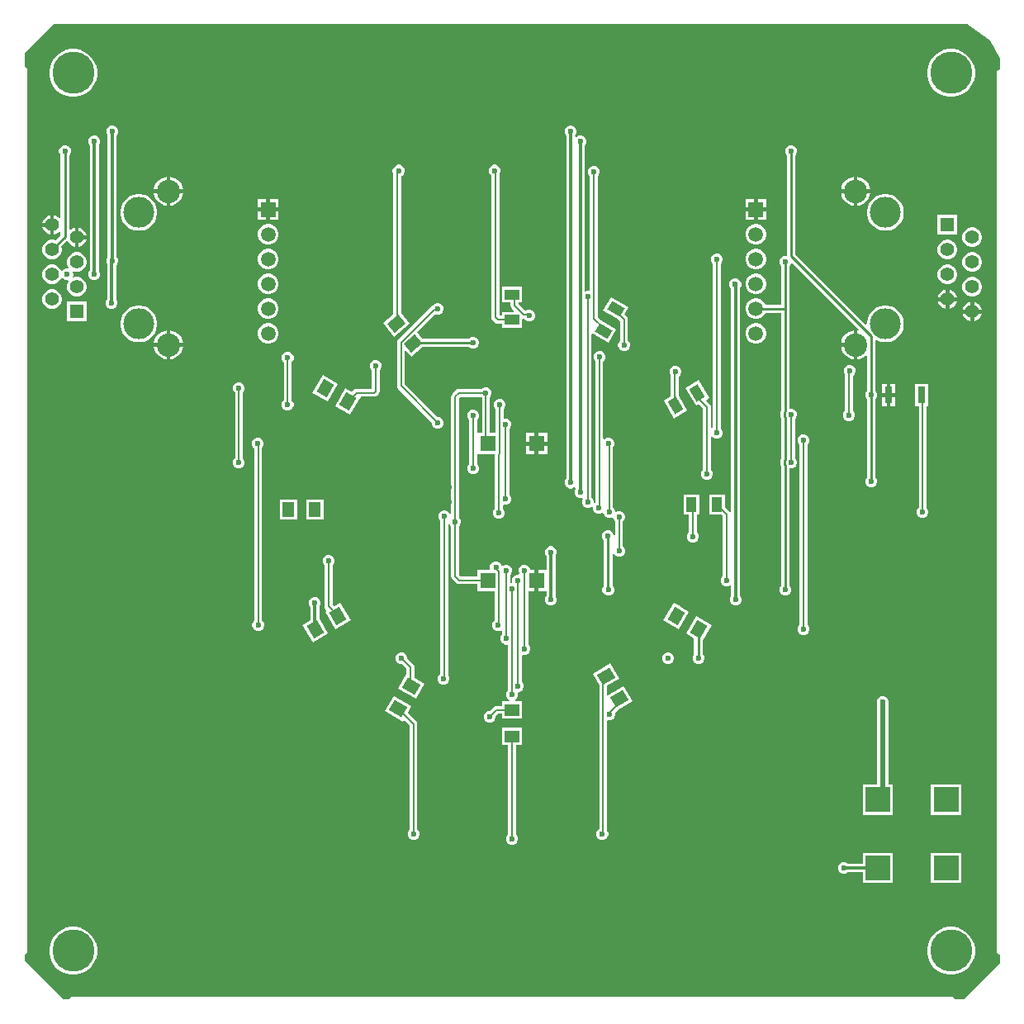
<source format=gbl>
G04*
G04 #@! TF.GenerationSoftware,Altium Limited,Altium Designer,23.9.2 (47)*
G04*
G04 Layer_Physical_Order=2*
G04 Layer_Color=16711680*
%FSLAX44Y44*%
%MOMM*%
G71*
G04*
G04 #@! TF.SameCoordinates,63E22B9A-3F1A-4F83-A6EB-2A786139D624*
G04*
G04*
G04 #@! TF.FilePolarity,Positive*
G04*
G01*
G75*
%ADD11C,0.2500*%
%ADD12C,0.2000*%
%ADD14C,0.5000*%
%ADD15C,0.2540*%
%ADD52C,0.3000*%
%ADD53C,3.1700*%
%ADD54C,2.4000*%
%ADD55C,1.4000*%
%ADD56R,1.4000X1.4000*%
%ADD58C,1.5000*%
%ADD59R,1.5000X1.5000*%
%ADD60C,0.6000*%
G04:AMPARAMS|DCode=61|XSize=1mm|YSize=1.5mm|CornerRadius=0mm|HoleSize=0mm|Usage=FLASHONLY|Rotation=30.000|XOffset=0mm|YOffset=0mm|HoleType=Round|Shape=Rectangle|*
%AMROTATEDRECTD61*
4,1,4,-0.0580,-0.8995,-0.8080,0.3995,0.0580,0.8995,0.8080,-0.3995,-0.0580,-0.8995,0.0*
%
%ADD61ROTATEDRECTD61*%

%ADD62R,2.5000X2.5000*%
%ADD63R,1.5000X1.0000*%
%ADD64R,1.6000X1.6000*%
G04:AMPARAMS|DCode=65|XSize=1mm|YSize=1.5mm|CornerRadius=0mm|HoleSize=0mm|Usage=FLASHONLY|Rotation=60.000|XOffset=0mm|YOffset=0mm|HoleType=Round|Shape=Rectangle|*
%AMROTATEDRECTD65*
4,1,4,0.3995,-0.8080,-0.8995,-0.0580,-0.3995,0.8080,0.8995,0.0580,0.3995,-0.8080,0.0*
%
%ADD65ROTATEDRECTD65*%

G04:AMPARAMS|DCode=66|XSize=1.2mm|YSize=1.5mm|CornerRadius=0mm|HoleSize=0mm|Usage=FLASHONLY|Rotation=310.000|XOffset=0mm|YOffset=0mm|HoleType=Round|Shape=Rectangle|*
%AMROTATEDRECTD66*
4,1,4,-0.9602,-0.0225,0.1889,0.9417,0.9602,0.0225,-0.1889,-0.9417,-0.9602,-0.0225,0.0*
%
%ADD66ROTATEDRECTD66*%

G04:AMPARAMS|DCode=67|XSize=1.2mm|YSize=1.5mm|CornerRadius=0mm|HoleSize=0mm|Usage=FLASHONLY|Rotation=330.000|XOffset=0mm|YOffset=0mm|HoleType=Round|Shape=Rectangle|*
%AMROTATEDRECTD67*
4,1,4,-0.8946,-0.3495,-0.1446,0.9495,0.8946,0.3495,0.1446,-0.9495,-0.8946,-0.3495,0.0*
%
%ADD67ROTATEDRECTD67*%

%ADD68R,1.2000X1.5000*%
G04:AMPARAMS|DCode=69|XSize=1.2mm|YSize=1.5mm|CornerRadius=0mm|HoleSize=0mm|Usage=FLASHONLY|Rotation=30.000|XOffset=0mm|YOffset=0mm|HoleType=Round|Shape=Rectangle|*
%AMROTATEDRECTD69*
4,1,4,-0.1446,-0.9495,-0.8946,0.3495,0.1446,0.9495,0.8946,-0.3495,-0.1446,-0.9495,0.0*
%
%ADD69ROTATEDRECTD69*%

G04:AMPARAMS|DCode=70|XSize=1.2mm|YSize=1.5mm|CornerRadius=0mm|HoleSize=0mm|Usage=FLASHONLY|Rotation=60.000|XOffset=0mm|YOffset=0mm|HoleType=Round|Shape=Rectangle|*
%AMROTATEDRECTD70*
4,1,4,0.3495,-0.8946,-0.9495,-0.1446,-0.3495,0.8946,0.9495,0.1446,0.3495,-0.8946,0.0*
%
%ADD70ROTATEDRECTD70*%

%ADD71R,1.5000X1.2000*%
G04:AMPARAMS|DCode=72|XSize=1.2mm|YSize=1.5mm|CornerRadius=0mm|HoleSize=0mm|Usage=FLASHONLY|Rotation=300.000|XOffset=0mm|YOffset=0mm|HoleType=Round|Shape=Rectangle|*
%AMROTATEDRECTD72*
4,1,4,-0.9495,0.1446,0.3495,0.8946,0.9495,-0.1446,-0.3495,-0.8946,-0.9495,0.1446,0.0*
%
%ADD72ROTATEDRECTD72*%

%ADD73R,1.0000X1.5000*%
%ADD74R,0.8000X1.7000*%
%ADD75C,4.3180*%
G36*
X989785Y982989D02*
X1000000Y964580D01*
Y954100D01*
X999608Y954022D01*
X998195Y953079D01*
X997252Y951666D01*
X996920Y950000D01*
Y50000D01*
X997252Y48334D01*
X998195Y46921D01*
X999608Y45978D01*
X1000000Y45900D01*
Y36620D01*
X963380Y0D01*
X954100D01*
X954022Y393D01*
X953078Y1805D01*
X951666Y2749D01*
X950000Y3080D01*
X50000D01*
X48334Y2749D01*
X46922Y1805D01*
X45978Y393D01*
X45900Y0D01*
X40000D01*
X0Y40000D01*
Y45891D01*
X392Y45970D01*
X1805Y46913D01*
X2748Y48326D01*
X3080Y49992D01*
Y952500D01*
X2748Y954166D01*
X1805Y955579D01*
X392Y956522D01*
X0Y956600D01*
Y970000D01*
X30000Y1000000D01*
X966045D01*
X989785Y982989D01*
D02*
G37*
%LPC*%
G36*
X952422Y974590D02*
X947578D01*
X942827Y973645D01*
X938352Y971792D01*
X934325Y969100D01*
X930900Y965675D01*
X928208Y961648D01*
X926355Y957173D01*
X925410Y952422D01*
Y947578D01*
X926355Y942828D01*
X928208Y938352D01*
X930900Y934325D01*
X934325Y930900D01*
X938352Y928209D01*
X942827Y926355D01*
X947578Y925410D01*
X952422D01*
X957172Y926355D01*
X961648Y928209D01*
X965675Y930900D01*
X969100Y934325D01*
X971791Y938352D01*
X973645Y942828D01*
X974590Y947578D01*
Y952422D01*
X973645Y957173D01*
X971791Y961648D01*
X969100Y965675D01*
X965675Y969100D01*
X961648Y971792D01*
X957172Y973645D01*
X952422Y974590D01*
D02*
G37*
G36*
X52422D02*
X47578D01*
X42828Y973645D01*
X38352Y971792D01*
X34325Y969100D01*
X30900Y965675D01*
X28209Y961648D01*
X26355Y957173D01*
X25410Y952422D01*
Y947578D01*
X26355Y942828D01*
X28209Y938352D01*
X30900Y934325D01*
X34325Y930900D01*
X38352Y928209D01*
X42828Y926355D01*
X47578Y925410D01*
X52422D01*
X57173Y926355D01*
X61648Y928209D01*
X65675Y930900D01*
X69100Y934325D01*
X71792Y938352D01*
X73645Y942828D01*
X74590Y947578D01*
Y952422D01*
X73645Y957173D01*
X71792Y961648D01*
X69100Y965675D01*
X65675Y969100D01*
X61648Y971792D01*
X57173Y973645D01*
X52422Y974590D01*
D02*
G37*
G36*
X149750Y843646D02*
Y830750D01*
X162646D01*
X162174Y833126D01*
X161043Y835855D01*
X159401Y838312D01*
X157312Y840401D01*
X154855Y842043D01*
X152125Y843174D01*
X149750Y843646D01*
D02*
G37*
G36*
X145750D02*
X143375Y843174D01*
X140645Y842043D01*
X138188Y840401D01*
X136099Y838312D01*
X134457Y835855D01*
X133327Y833126D01*
X132854Y830750D01*
X145750D01*
Y843646D01*
D02*
G37*
G36*
X854250Y843646D02*
Y830750D01*
X867146D01*
X866674Y833126D01*
X865543Y835855D01*
X863901Y838312D01*
X861812Y840401D01*
X859355Y842043D01*
X856625Y843174D01*
X854250Y843646D01*
D02*
G37*
G36*
X850250Y843646D02*
X847875Y843174D01*
X845145Y842043D01*
X842688Y840401D01*
X840599Y838312D01*
X838957Y835855D01*
X837826Y833126D01*
X837354Y830750D01*
X850250D01*
Y843646D01*
D02*
G37*
G36*
Y826750D02*
X837354D01*
X837826Y824375D01*
X838957Y821645D01*
X840599Y819188D01*
X842688Y817099D01*
X845145Y815457D01*
X847875Y814327D01*
X850250Y813854D01*
Y826750D01*
D02*
G37*
G36*
X162646Y826750D02*
X149750D01*
Y813854D01*
X152125Y814327D01*
X154855Y815457D01*
X157312Y817099D01*
X159401Y819188D01*
X161043Y821645D01*
X162174Y824375D01*
X162646Y826750D01*
D02*
G37*
G36*
X145750D02*
X132854D01*
X133327Y824375D01*
X134457Y821645D01*
X136099Y819188D01*
X138188Y817099D01*
X140645Y815457D01*
X143375Y814327D01*
X145750Y813854D01*
Y826750D01*
D02*
G37*
G36*
X867146Y826750D02*
X854250D01*
Y813854D01*
X856625Y814327D01*
X859355Y815457D01*
X861812Y817099D01*
X863901Y819188D01*
X865543Y821645D01*
X866674Y824375D01*
X867146Y826750D01*
D02*
G37*
G36*
X260500Y820500D02*
X252000D01*
Y812000D01*
X260500D01*
Y820500D01*
D02*
G37*
G36*
X248000D02*
X239500D01*
Y812000D01*
X248000D01*
Y820500D01*
D02*
G37*
G36*
X760500D02*
X752000D01*
Y812000D01*
X760500D01*
Y820500D01*
D02*
G37*
G36*
X748000D02*
X739500D01*
Y812000D01*
X748000D01*
Y820500D01*
D02*
G37*
G36*
X42667Y876000D02*
X40280D01*
X38075Y875087D01*
X36387Y873399D01*
X35474Y871193D01*
Y868807D01*
X36387Y866601D01*
X37141Y865848D01*
Y801597D01*
X35871Y801071D01*
X34490Y802452D01*
X32209Y803768D01*
X30350Y804267D01*
Y794450D01*
Y784633D01*
X32209Y785132D01*
X34490Y786448D01*
X35871Y787829D01*
X37141Y787303D01*
Y783969D01*
X31681Y778510D01*
X29666Y779050D01*
X27033D01*
X24490Y778369D01*
X22210Y777052D01*
X20348Y775190D01*
X19031Y772910D01*
X18350Y770367D01*
Y767734D01*
X19031Y765190D01*
X20348Y762910D01*
X22210Y761048D01*
X24490Y759732D01*
X27033Y759050D01*
X29666D01*
X32209Y759732D01*
X34490Y761048D01*
X36352Y762910D01*
X37668Y765190D01*
X38350Y767734D01*
Y770367D01*
X37810Y772382D01*
X43256Y777828D01*
X44681Y777457D01*
X45748Y775610D01*
X47610Y773748D01*
X49890Y772431D01*
X51750Y771933D01*
Y781750D01*
Y791567D01*
X49890Y791068D01*
X47610Y789752D01*
X46981Y789123D01*
X45807Y789609D01*
Y865848D01*
X46561Y866601D01*
X47474Y868807D01*
Y871193D01*
X46561Y873399D01*
X44873Y875087D01*
X42667Y876000D01*
D02*
G37*
G36*
X760500Y808000D02*
X752000D01*
Y799500D01*
X760500D01*
Y808000D01*
D02*
G37*
G36*
X748000D02*
X739500D01*
Y799500D01*
X748000D01*
Y808000D01*
D02*
G37*
G36*
X260500Y808000D02*
X252000D01*
Y799500D01*
X260500D01*
Y808000D01*
D02*
G37*
G36*
X248000D02*
X239500D01*
Y799500D01*
X248000D01*
Y808000D01*
D02*
G37*
G36*
X26350Y804267D02*
X24490Y803768D01*
X22210Y802452D01*
X20348Y800590D01*
X19031Y798310D01*
X18533Y796450D01*
X26350D01*
Y804267D01*
D02*
G37*
G36*
X884607Y826000D02*
X880894D01*
X877252Y825276D01*
X873821Y823855D01*
X870734Y821792D01*
X868109Y819166D01*
X866046Y816079D01*
X864625Y812648D01*
X863900Y809007D01*
Y805294D01*
X864625Y801652D01*
X866046Y798221D01*
X868109Y795134D01*
X870734Y792508D01*
X873821Y790445D01*
X877252Y789024D01*
X880894Y788300D01*
X884607D01*
X888249Y789024D01*
X891679Y790445D01*
X894766Y792508D01*
X897392Y795134D01*
X899455Y798221D01*
X900876Y801652D01*
X901600Y805294D01*
Y809007D01*
X900876Y812648D01*
X899455Y816079D01*
X897392Y819166D01*
X894766Y821792D01*
X891679Y823855D01*
X888249Y825276D01*
X884607Y826000D01*
D02*
G37*
G36*
X119106D02*
X115393D01*
X111751Y825276D01*
X108321Y823855D01*
X105233Y821792D01*
X102608Y819166D01*
X100545Y816079D01*
X99124Y812648D01*
X98400Y809007D01*
Y805294D01*
X99124Y801652D01*
X100545Y798221D01*
X102608Y795134D01*
X105233Y792508D01*
X108321Y790445D01*
X111751Y789024D01*
X115393Y788300D01*
X119106D01*
X122748Y789024D01*
X126179Y790445D01*
X129266Y792508D01*
X131891Y795134D01*
X133954Y798221D01*
X135375Y801652D01*
X136100Y805294D01*
Y809007D01*
X135375Y812648D01*
X133954Y816079D01*
X131891Y819166D01*
X129266Y821792D01*
X126179Y823855D01*
X122748Y825276D01*
X119106Y826000D01*
D02*
G37*
G36*
X26350Y792450D02*
X18533D01*
X19031Y790590D01*
X20348Y788310D01*
X22210Y786448D01*
X24490Y785132D01*
X26350Y784633D01*
Y792450D01*
D02*
G37*
G36*
X956250Y804450D02*
X936250D01*
Y784450D01*
X956250D01*
Y804450D01*
D02*
G37*
G36*
X55750Y791567D02*
Y783750D01*
X63566D01*
X63068Y785610D01*
X61752Y787890D01*
X59890Y789752D01*
X57610Y791068D01*
X55750Y791567D01*
D02*
G37*
G36*
X751383Y795100D02*
X748618D01*
X745947Y794384D01*
X743553Y793002D01*
X741598Y791047D01*
X740216Y788653D01*
X739500Y785982D01*
Y783218D01*
X740216Y780547D01*
X741598Y778153D01*
X743553Y776198D01*
X745947Y774816D01*
X748618Y774100D01*
X751383D01*
X754053Y774816D01*
X756447Y776198D01*
X758402Y778153D01*
X759785Y780547D01*
X760500Y783218D01*
Y785982D01*
X759785Y788653D01*
X758402Y791047D01*
X756447Y793002D01*
X754053Y794384D01*
X751383Y795100D01*
D02*
G37*
G36*
X251383D02*
X248618D01*
X245947Y794384D01*
X243553Y793002D01*
X241598Y791047D01*
X240216Y788653D01*
X239500Y785982D01*
Y783218D01*
X240216Y780547D01*
X241598Y778153D01*
X243553Y776198D01*
X245947Y774816D01*
X248618Y774100D01*
X251383D01*
X254053Y774816D01*
X256447Y776198D01*
X258402Y778153D01*
X259785Y780547D01*
X260500Y783218D01*
Y785982D01*
X259785Y788653D01*
X258402Y791047D01*
X256447Y793002D01*
X254053Y794384D01*
X251383Y795100D01*
D02*
G37*
G36*
X63566Y779750D02*
X55750D01*
Y771933D01*
X57610Y772431D01*
X59890Y773748D01*
X61752Y775610D01*
X63068Y777890D01*
X63566Y779750D01*
D02*
G37*
G36*
X972967Y791750D02*
X970334D01*
X967791Y791068D01*
X965510Y789752D01*
X963648Y787890D01*
X962332Y785610D01*
X961650Y783067D01*
Y780434D01*
X962332Y777890D01*
X963648Y775610D01*
X965510Y773748D01*
X967791Y772431D01*
X970334Y771750D01*
X972967D01*
X975510Y772431D01*
X977790Y773748D01*
X979652Y775610D01*
X980969Y777890D01*
X981650Y780434D01*
Y783067D01*
X980969Y785610D01*
X979652Y787890D01*
X977790Y789752D01*
X975510Y791068D01*
X972967Y791750D01*
D02*
G37*
G36*
X947567Y779050D02*
X944934D01*
X942391Y778369D01*
X940110Y777052D01*
X938248Y775190D01*
X936932Y772910D01*
X936250Y770367D01*
Y767734D01*
X936932Y765190D01*
X938248Y762910D01*
X940110Y761048D01*
X942391Y759732D01*
X944934Y759050D01*
X947567D01*
X950110Y759732D01*
X952390Y761048D01*
X954252Y762910D01*
X955569Y765190D01*
X956250Y767734D01*
Y770367D01*
X955569Y772910D01*
X954252Y775190D01*
X952390Y777052D01*
X950110Y778369D01*
X947567Y779050D01*
D02*
G37*
G36*
X751383Y769700D02*
X748618D01*
X745947Y768984D01*
X743553Y767602D01*
X741598Y765647D01*
X740216Y763253D01*
X739500Y760582D01*
Y757818D01*
X740216Y755147D01*
X741598Y752753D01*
X743553Y750798D01*
X745947Y749416D01*
X748618Y748700D01*
X751383D01*
X754053Y749416D01*
X756447Y750798D01*
X758402Y752753D01*
X759785Y755147D01*
X760500Y757818D01*
Y760582D01*
X759785Y763253D01*
X758402Y765647D01*
X756447Y767602D01*
X754053Y768984D01*
X751383Y769700D01*
D02*
G37*
G36*
X251383D02*
X248618D01*
X245947Y768984D01*
X243553Y767602D01*
X241598Y765647D01*
X240216Y763253D01*
X239500Y760582D01*
Y757818D01*
X240216Y755147D01*
X241598Y752753D01*
X243553Y750798D01*
X245947Y749416D01*
X248618Y748700D01*
X251383D01*
X254053Y749416D01*
X256447Y750798D01*
X258402Y752753D01*
X259785Y755147D01*
X260500Y757818D01*
Y760582D01*
X259785Y763253D01*
X258402Y765647D01*
X256447Y767602D01*
X254053Y768984D01*
X251383Y769700D01*
D02*
G37*
G36*
X55066Y766350D02*
X52433D01*
X49890Y765668D01*
X47610Y764352D01*
X45748Y762490D01*
X44431Y760210D01*
X43750Y757667D01*
Y755033D01*
X44431Y752490D01*
X45394Y750823D01*
X45382Y750773D01*
X44605Y749650D01*
X42739D01*
X40534Y748737D01*
X39051Y747254D01*
X37707Y747365D01*
X37668Y747510D01*
X36352Y749790D01*
X34490Y751652D01*
X32209Y752969D01*
X29666Y753650D01*
X27033D01*
X24490Y752969D01*
X22210Y751652D01*
X20348Y749790D01*
X19031Y747510D01*
X18350Y744967D01*
Y742334D01*
X19031Y739790D01*
X20348Y737510D01*
X22210Y735648D01*
X24490Y734332D01*
X27033Y733650D01*
X29666D01*
X32209Y734332D01*
X34490Y735648D01*
X36352Y737510D01*
X37668Y739790D01*
X37707Y739936D01*
X39051Y740046D01*
X40534Y738564D01*
X42739Y737650D01*
X44605D01*
X45382Y736527D01*
X45394Y736477D01*
X44431Y734810D01*
X43750Y732267D01*
Y729633D01*
X44431Y727090D01*
X45748Y724810D01*
X47610Y722948D01*
X49890Y721631D01*
X52433Y720950D01*
X55066D01*
X57610Y721631D01*
X59890Y722948D01*
X61752Y724810D01*
X63068Y727090D01*
X63750Y729633D01*
Y732267D01*
X63068Y734810D01*
X61752Y737090D01*
X59890Y738952D01*
X57610Y740268D01*
X55066Y740950D01*
X52433D01*
X50465Y740423D01*
X49522Y741465D01*
X49933Y742457D01*
Y744844D01*
X49522Y745835D01*
X50465Y746877D01*
X52433Y746350D01*
X55066D01*
X57610Y747031D01*
X59890Y748348D01*
X61752Y750210D01*
X63068Y752490D01*
X63750Y755033D01*
Y757667D01*
X63068Y760210D01*
X61752Y762490D01*
X59890Y764352D01*
X57610Y765668D01*
X55066Y766350D01*
D02*
G37*
G36*
X972967D02*
X970334D01*
X967791Y765668D01*
X965510Y764352D01*
X963648Y762490D01*
X962332Y760210D01*
X961650Y757667D01*
Y755033D01*
X962332Y752490D01*
X963648Y750210D01*
X965510Y748348D01*
X967791Y747031D01*
X970334Y746350D01*
X972967D01*
X975510Y747031D01*
X977790Y748348D01*
X979652Y750210D01*
X980969Y752490D01*
X981650Y755033D01*
Y757667D01*
X980969Y760210D01*
X979652Y762490D01*
X977790Y764352D01*
X975510Y765668D01*
X972967Y766350D01*
D02*
G37*
G36*
X72985Y886000D02*
X70598D01*
X68393Y885087D01*
X66705Y883399D01*
X65792Y881193D01*
Y878807D01*
X66705Y876601D01*
X67203Y876103D01*
Y747547D01*
X66705Y747049D01*
X65792Y744844D01*
Y742457D01*
X66705Y740251D01*
X68393Y738564D01*
X70598Y737650D01*
X72985D01*
X75190Y738564D01*
X76878Y740251D01*
X77792Y742457D01*
Y744844D01*
X76878Y747049D01*
X76380Y747547D01*
Y876103D01*
X76878Y876601D01*
X77792Y878807D01*
Y881193D01*
X76878Y883399D01*
X75190Y885087D01*
X72985Y886000D01*
D02*
G37*
G36*
X947567Y753650D02*
X944934D01*
X942391Y752969D01*
X940110Y751652D01*
X938248Y749790D01*
X936932Y747510D01*
X936250Y744967D01*
Y742334D01*
X936932Y739790D01*
X938248Y737510D01*
X940110Y735648D01*
X942391Y734332D01*
X944934Y733650D01*
X947567D01*
X950110Y734332D01*
X952390Y735648D01*
X954252Y737510D01*
X955569Y739790D01*
X956250Y742334D01*
Y744967D01*
X955569Y747510D01*
X954252Y749790D01*
X952390Y751652D01*
X950110Y752969D01*
X947567Y753650D01*
D02*
G37*
G36*
X751383Y744300D02*
X748618D01*
X745947Y743584D01*
X743553Y742202D01*
X741598Y740247D01*
X740216Y737853D01*
X739500Y735182D01*
Y732418D01*
X740216Y729747D01*
X741598Y727353D01*
X743553Y725398D01*
X745947Y724016D01*
X748618Y723300D01*
X751383D01*
X754053Y724016D01*
X756447Y725398D01*
X758402Y727353D01*
X759785Y729747D01*
X760500Y732418D01*
Y735182D01*
X759785Y737853D01*
X758402Y740247D01*
X756447Y742202D01*
X754053Y743584D01*
X751383Y744300D01*
D02*
G37*
G36*
X251383D02*
X248618D01*
X245947Y743584D01*
X243553Y742202D01*
X241598Y740247D01*
X240216Y737853D01*
X239500Y735182D01*
Y732418D01*
X240216Y729747D01*
X241598Y727353D01*
X243553Y725398D01*
X245947Y724016D01*
X248618Y723300D01*
X251383D01*
X254053Y724016D01*
X256447Y725398D01*
X258402Y727353D01*
X259785Y729747D01*
X260500Y732418D01*
Y735182D01*
X259785Y737853D01*
X258402Y740247D01*
X256447Y742202D01*
X254053Y743584D01*
X251383Y744300D01*
D02*
G37*
G36*
X972967Y740950D02*
X970334D01*
X967791Y740268D01*
X965510Y738952D01*
X963648Y737090D01*
X962332Y734810D01*
X961650Y732267D01*
Y729633D01*
X962332Y727090D01*
X963648Y724810D01*
X965510Y722948D01*
X967791Y721631D01*
X970334Y720950D01*
X972967D01*
X975510Y721631D01*
X977790Y722948D01*
X979652Y724810D01*
X980969Y727090D01*
X981650Y729633D01*
Y732267D01*
X980969Y734810D01*
X979652Y737090D01*
X977790Y738952D01*
X975510Y740268D01*
X972967Y740950D01*
D02*
G37*
G36*
X948250Y728067D02*
Y720250D01*
X956067D01*
X955569Y722110D01*
X954252Y724390D01*
X952390Y726252D01*
X950110Y727569D01*
X948250Y728067D01*
D02*
G37*
G36*
X944250Y728067D02*
X942391Y727569D01*
X940110Y726252D01*
X938248Y724390D01*
X936932Y722110D01*
X936433Y720250D01*
X944250D01*
Y728067D01*
D02*
G37*
G36*
Y716250D02*
X936433D01*
X936932Y714390D01*
X938248Y712110D01*
X940110Y710248D01*
X942391Y708932D01*
X944250Y708433D01*
Y716250D01*
D02*
G37*
G36*
X956067D02*
X948250D01*
Y708433D01*
X950110Y708932D01*
X952390Y710248D01*
X954252Y712110D01*
X955569Y714390D01*
X956067Y716250D01*
D02*
G37*
G36*
X91194Y896000D02*
X88806D01*
X86601Y895087D01*
X84913Y893399D01*
X84000Y891193D01*
Y888807D01*
X84913Y886601D01*
X85412Y886103D01*
Y761564D01*
X84913Y761065D01*
X84000Y758860D01*
Y756473D01*
X84913Y754268D01*
X85125Y754056D01*
Y718574D01*
X84339Y717789D01*
X83426Y715584D01*
Y713197D01*
X84339Y710992D01*
X86027Y709304D01*
X88232Y708390D01*
X90619D01*
X92825Y709304D01*
X94513Y710992D01*
X95426Y713197D01*
Y715584D01*
X94513Y717789D01*
X94301Y718000D01*
Y753482D01*
X95087Y754268D01*
X96000Y756473D01*
Y758860D01*
X95087Y761065D01*
X94588Y761564D01*
Y886103D01*
X95087Y886601D01*
X96000Y888807D01*
Y891193D01*
X95087Y893399D01*
X93399Y895087D01*
X91194Y896000D01*
D02*
G37*
G36*
X29666Y728250D02*
X27033D01*
X24490Y727569D01*
X22210Y726252D01*
X20348Y724390D01*
X19031Y722110D01*
X18350Y719567D01*
Y716934D01*
X19031Y714390D01*
X20348Y712110D01*
X22210Y710248D01*
X24490Y708932D01*
X27033Y708250D01*
X29666D01*
X32209Y708932D01*
X34490Y710248D01*
X36352Y712110D01*
X37668Y714390D01*
X38350Y716934D01*
Y719567D01*
X37668Y722110D01*
X36352Y724390D01*
X34490Y726252D01*
X32209Y727569D01*
X29666Y728250D01*
D02*
G37*
G36*
X973650Y715367D02*
Y707550D01*
X981467D01*
X980969Y709410D01*
X979652Y711690D01*
X977790Y713552D01*
X975510Y714868D01*
X973650Y715367D01*
D02*
G37*
G36*
X969650Y715367D02*
X967791Y714868D01*
X965510Y713552D01*
X963648Y711690D01*
X962332Y709410D01*
X961833Y707550D01*
X969650D01*
Y715367D01*
D02*
G37*
G36*
X424896Y714400D02*
X422509D01*
X420304Y713486D01*
X418616Y711799D01*
X418444Y711383D01*
X417150Y710518D01*
X417150Y710518D01*
X400171Y693539D01*
X400171Y693539D01*
X383192Y676560D01*
X382308Y675237D01*
X381997Y673676D01*
X381997Y673676D01*
Y629118D01*
X381997Y629118D01*
X382308Y627557D01*
X383192Y626234D01*
X418000Y591426D01*
Y590000D01*
X418913Y587795D01*
X420601Y586107D01*
X422807Y585193D01*
X425193D01*
X427399Y586107D01*
X429087Y587795D01*
X430000Y590000D01*
Y592387D01*
X429087Y594592D01*
X427399Y596280D01*
X425193Y597193D01*
X423768D01*
X390154Y630807D01*
Y664625D01*
X391347Y665059D01*
X396419Y659015D01*
X408605Y669239D01*
X455839D01*
X456601Y668477D01*
X458806Y667563D01*
X461194D01*
X463399Y668477D01*
X465087Y670165D01*
X466000Y672370D01*
Y674757D01*
X465087Y676962D01*
X463399Y678650D01*
X461194Y679564D01*
X458806D01*
X456601Y678650D01*
X455898Y677947D01*
X407947D01*
X402548Y684381D01*
X405938Y687772D01*
X405939Y687772D01*
X421136Y702969D01*
X422509Y702400D01*
X424896D01*
X427101Y703313D01*
X428789Y705001D01*
X429702Y707206D01*
Y709593D01*
X428789Y711799D01*
X427101Y713486D01*
X424896Y714400D01*
D02*
G37*
G36*
X251383Y718900D02*
X248618D01*
X245947Y718184D01*
X243553Y716802D01*
X241598Y714847D01*
X240216Y712453D01*
X239500Y709782D01*
Y707018D01*
X240216Y704347D01*
X241598Y701953D01*
X243553Y699998D01*
X245947Y698615D01*
X248618Y697900D01*
X251383D01*
X254053Y698615D01*
X256447Y699998D01*
X258402Y701953D01*
X259785Y704347D01*
X260500Y707018D01*
Y709782D01*
X259785Y712453D01*
X258402Y714847D01*
X256447Y716802D01*
X254053Y718184D01*
X251383Y718900D01*
D02*
G37*
G36*
X969650Y703550D02*
X961833D01*
X962332Y701690D01*
X963648Y699410D01*
X965510Y697548D01*
X967791Y696232D01*
X969650Y695733D01*
Y703550D01*
D02*
G37*
G36*
X981467D02*
X973650D01*
Y695733D01*
X975510Y696232D01*
X977790Y697548D01*
X979652Y699410D01*
X980969Y701690D01*
X981467Y703550D01*
D02*
G37*
G36*
X63750Y715550D02*
X43750D01*
Y695550D01*
X63750D01*
Y715550D01*
D02*
G37*
G36*
X483539Y856000D02*
X481152D01*
X478947Y855087D01*
X477259Y853399D01*
X476345Y851193D01*
Y848807D01*
X477259Y846601D01*
X478716Y845144D01*
Y700000D01*
X478716Y700000D01*
X479027Y698439D01*
X479911Y697116D01*
X482911Y694116D01*
X482911Y694116D01*
X484234Y693232D01*
X485795Y692922D01*
X485795Y692922D01*
X489500D01*
Y689000D01*
X510500D01*
Y697135D01*
X511170Y697684D01*
X512378Y697795D01*
X514066Y696107D01*
X516272Y695193D01*
X518658D01*
X520864Y696107D01*
X522551Y697795D01*
X523465Y700000D01*
Y702387D01*
X522551Y704592D01*
X520864Y706280D01*
X518658Y707194D01*
X516272D01*
X514066Y706280D01*
X513823Y706037D01*
X513473D01*
X506578Y712932D01*
Y715000D01*
X510500D01*
Y731000D01*
X489500D01*
Y715000D01*
X498422D01*
Y711243D01*
X498422Y711243D01*
X498732Y709682D01*
X499616Y708359D01*
X501802Y706173D01*
X501316Y705000D01*
X489500D01*
Y701078D01*
X487484D01*
X486873Y701689D01*
Y846042D01*
X487432Y846601D01*
X488345Y848807D01*
Y851193D01*
X487432Y853399D01*
X485744Y855087D01*
X483539Y856000D01*
D02*
G37*
G36*
X787193Y876000D02*
X784807D01*
X782601Y875087D01*
X780913Y873399D01*
X780000Y871193D01*
Y868807D01*
X780913Y866601D01*
X781667Y865848D01*
Y763523D01*
X781258Y762510D01*
X780423Y762350D01*
X778807D01*
X776601Y761437D01*
X774913Y759749D01*
X774000Y757543D01*
Y755157D01*
X774913Y752951D01*
X775646Y752218D01*
Y712754D01*
X759611D01*
X758402Y714847D01*
X756447Y716802D01*
X754053Y718184D01*
X751383Y718900D01*
X748618D01*
X745947Y718184D01*
X743553Y716802D01*
X741598Y714847D01*
X740216Y712453D01*
X739500Y709782D01*
Y707018D01*
X740216Y704347D01*
X741598Y701953D01*
X743553Y699998D01*
X745947Y698615D01*
X748618Y697900D01*
X751383D01*
X754053Y698615D01*
X756447Y699998D01*
X758402Y701953D01*
X759611Y704046D01*
X775646D01*
Y603955D01*
X775376Y602597D01*
Y597403D01*
X775646Y596045D01*
Y554754D01*
X775376Y553397D01*
Y548203D01*
X775646Y546846D01*
Y424132D01*
X774913Y423399D01*
X774000Y421194D01*
Y418806D01*
X774913Y416601D01*
X776601Y414913D01*
X778807Y414000D01*
X781193D01*
X783399Y414913D01*
X785087Y416601D01*
X786000Y418806D01*
Y421194D01*
X785087Y423399D01*
X784354Y424132D01*
Y544497D01*
X784807Y544800D01*
X787193D01*
X789399Y545713D01*
X791087Y547401D01*
X792000Y549607D01*
Y551993D01*
X791087Y554199D01*
X790078Y555207D01*
Y595593D01*
X791087Y596601D01*
X792000Y598806D01*
Y601194D01*
X791087Y603399D01*
X789399Y605087D01*
X787193Y606000D01*
X784807D01*
X784354Y606303D01*
Y708400D01*
Y752218D01*
X785087Y752951D01*
X785856Y754809D01*
X787173Y755287D01*
X855211Y687250D01*
X854585Y686079D01*
X854250Y686146D01*
Y671250D01*
Y656354D01*
X856625Y656826D01*
X859355Y657957D01*
X861812Y659599D01*
X862602Y660389D01*
X863775Y659903D01*
Y624152D01*
X863022Y623399D01*
X862109Y621194D01*
Y618806D01*
X863022Y616601D01*
X863775Y615848D01*
Y535652D01*
X863022Y534899D01*
X862109Y532693D01*
Y530307D01*
X863022Y528101D01*
X864710Y526413D01*
X866915Y525500D01*
X869302D01*
X871507Y526413D01*
X873195Y528101D01*
X874109Y530307D01*
Y532693D01*
X873195Y534899D01*
X872442Y535652D01*
Y615848D01*
X873195Y616601D01*
X874109Y618806D01*
Y621194D01*
X873195Y623399D01*
X872442Y624152D01*
Y675720D01*
X873562Y676319D01*
X873821Y676145D01*
X877252Y674724D01*
X880894Y674000D01*
X884607D01*
X888249Y674724D01*
X891679Y676145D01*
X894766Y678208D01*
X897392Y680834D01*
X899455Y683921D01*
X900876Y687352D01*
X901600Y690993D01*
Y694707D01*
X900876Y698348D01*
X899455Y701779D01*
X897392Y704866D01*
X894766Y707492D01*
X891679Y709555D01*
X888249Y710976D01*
X884607Y711700D01*
X880894D01*
X877252Y710976D01*
X873821Y709555D01*
X870734Y707492D01*
X868109Y704866D01*
X866046Y701779D01*
X864625Y698348D01*
X863900Y694707D01*
Y692613D01*
X862630Y692087D01*
X790333Y764384D01*
Y865848D01*
X791087Y866601D01*
X792000Y868807D01*
Y871193D01*
X791087Y873399D01*
X789399Y875087D01*
X787193Y876000D01*
D02*
G37*
G36*
X384774Y856000D02*
X382387D01*
X380182Y855087D01*
X378494Y853399D01*
X377581Y851193D01*
Y848807D01*
X378208Y847292D01*
Y702477D01*
X367494Y693487D01*
X379064Y679698D01*
X395151Y693196D01*
X386365Y703667D01*
Y844659D01*
X386979Y844913D01*
X388667Y846601D01*
X389581Y848807D01*
Y851193D01*
X388667Y853399D01*
X386979Y855087D01*
X384774Y856000D01*
D02*
G37*
G36*
X119106Y711700D02*
X115393D01*
X111751Y710976D01*
X108321Y709555D01*
X105233Y707492D01*
X102608Y704866D01*
X100545Y701779D01*
X99124Y698348D01*
X98400Y694707D01*
Y690993D01*
X99124Y687352D01*
X100545Y683921D01*
X102608Y680834D01*
X105233Y678208D01*
X108321Y676145D01*
X111751Y674724D01*
X115393Y674000D01*
X119106D01*
X122748Y674724D01*
X126179Y676145D01*
X129266Y678208D01*
X131891Y680834D01*
X133954Y683921D01*
X135375Y687352D01*
X136100Y690993D01*
Y694707D01*
X135375Y698348D01*
X133954Y701779D01*
X131891Y704866D01*
X129266Y707492D01*
X126179Y709555D01*
X122748Y710976D01*
X119106Y711700D01*
D02*
G37*
G36*
X561194Y896000D02*
X558806D01*
X556601Y895087D01*
X554913Y893399D01*
X554000Y891193D01*
Y888807D01*
X554913Y886601D01*
X555412Y886103D01*
Y533897D01*
X554913Y533399D01*
X554000Y531194D01*
Y528806D01*
X554913Y526601D01*
X556601Y524913D01*
X558806Y524000D01*
X561194D01*
X563399Y524913D01*
X563619Y525134D01*
X564963Y524681D01*
X565061Y523957D01*
X564913Y523810D01*
X564000Y521605D01*
Y519218D01*
X564913Y517012D01*
X566601Y515325D01*
X568806Y514411D01*
X571194D01*
X571938Y514720D01*
X572658Y513643D01*
X572413Y513399D01*
X571500Y511194D01*
Y508806D01*
X572413Y506601D01*
X574101Y504913D01*
X576306Y504000D01*
X578694D01*
X580899Y504913D01*
X581633Y505648D01*
X582362Y505366D01*
X582807Y505025D01*
Y502807D01*
X583720Y500601D01*
X585408Y498913D01*
X587613Y498000D01*
X590000D01*
X592205Y498913D01*
X592327Y499035D01*
X593615Y498528D01*
X594413Y496601D01*
X596101Y494913D01*
X598307Y494000D01*
X600694D01*
X602355Y494688D01*
X603625Y493980D01*
Y493720D01*
X604538Y491515D01*
X605547Y490507D01*
Y476266D01*
X604306Y476194D01*
X603393Y478399D01*
X601705Y480087D01*
X599500Y481000D01*
X597113D01*
X594908Y480087D01*
X593220Y478399D01*
X592307Y476194D01*
Y473806D01*
X593220Y471601D01*
X594096Y470725D01*
Y423988D01*
X593507Y423399D01*
X592593Y421194D01*
Y418806D01*
X593507Y416601D01*
X595195Y414913D01*
X597400Y414000D01*
X599787D01*
X601992Y414913D01*
X603680Y416601D01*
X604593Y418806D01*
Y421194D01*
X603680Y423399D01*
X602803Y424275D01*
Y457696D01*
X604073Y457949D01*
X604632Y456601D01*
X606320Y454913D01*
X608525Y454000D01*
X610912D01*
X613117Y454913D01*
X614805Y456601D01*
X615718Y458806D01*
Y461194D01*
X614805Y463399D01*
X613703Y464500D01*
Y490507D01*
X614712Y491515D01*
X615625Y493720D01*
Y496107D01*
X614712Y498312D01*
X613024Y500000D01*
X610818Y500913D01*
X608432D01*
X606770Y500225D01*
X605500Y500933D01*
Y501194D01*
X604587Y503399D01*
X603578Y504407D01*
Y566500D01*
X603680Y566601D01*
X604593Y568806D01*
Y571194D01*
X603680Y573399D01*
X601992Y575087D01*
X599787Y576000D01*
X597400D01*
X595195Y575087D01*
X594752Y574644D01*
X593482Y575170D01*
Y654011D01*
X595087Y655616D01*
X596000Y657821D01*
Y660208D01*
X595087Y662413D01*
X593399Y664101D01*
X591194Y665015D01*
X588806D01*
X586601Y664101D01*
X584913Y662413D01*
X584000Y660208D01*
Y657821D01*
X584913Y655616D01*
X585325Y655204D01*
Y509352D01*
X584734Y508887D01*
X583500Y509532D01*
Y511194D01*
X582587Y513399D01*
X581578Y514407D01*
Y682117D01*
X582678Y682752D01*
X598593Y673564D01*
X606593Y687420D01*
X591609Y696071D01*
X588078Y699602D01*
Y844601D01*
X589087Y845609D01*
X590000Y847814D01*
Y850201D01*
X589087Y852406D01*
X587399Y854094D01*
X585193Y855008D01*
X582807D01*
X580601Y854094D01*
X578913Y852406D01*
X578000Y850201D01*
Y847814D01*
X578913Y845609D01*
X579922Y844601D01*
Y727307D01*
X578866Y726602D01*
X578694Y726673D01*
X576306D01*
X575644Y726398D01*
X574588Y727104D01*
Y876103D01*
X575087Y876601D01*
X576000Y878807D01*
Y881193D01*
X575087Y883399D01*
X573399Y885087D01*
X571194Y886000D01*
X568806D01*
X566601Y885087D01*
X565858Y884343D01*
X564588Y884870D01*
Y886103D01*
X565087Y886601D01*
X566000Y888807D01*
Y891193D01*
X565087Y893399D01*
X563399Y895087D01*
X561194Y896000D01*
D02*
G37*
G36*
X149750Y686146D02*
Y673250D01*
X162646D01*
X162174Y675625D01*
X161043Y678355D01*
X159401Y680812D01*
X157312Y682901D01*
X154855Y684543D01*
X152125Y685673D01*
X149750Y686146D01*
D02*
G37*
G36*
X145750D02*
X143375Y685673D01*
X140645Y684543D01*
X138188Y682901D01*
X136099Y680812D01*
X134457Y678355D01*
X133327Y675625D01*
X132854Y673250D01*
X145750D01*
Y686146D01*
D02*
G37*
G36*
X850250Y686146D02*
X847875Y685673D01*
X845145Y684543D01*
X842688Y682901D01*
X840599Y680812D01*
X838957Y678355D01*
X837826Y675625D01*
X837354Y673250D01*
X850250D01*
Y686146D01*
D02*
G37*
G36*
X751383Y693500D02*
X748618D01*
X745947Y692784D01*
X743553Y691402D01*
X741598Y689447D01*
X740216Y687053D01*
X739500Y684382D01*
Y681618D01*
X740216Y678947D01*
X741598Y676553D01*
X743553Y674598D01*
X745947Y673215D01*
X748618Y672500D01*
X751383D01*
X754053Y673215D01*
X756447Y674598D01*
X758402Y676553D01*
X759785Y678947D01*
X760500Y681618D01*
Y684382D01*
X759785Y687053D01*
X758402Y689447D01*
X756447Y691402D01*
X754053Y692784D01*
X751383Y693500D01*
D02*
G37*
G36*
X251383D02*
X248618D01*
X245947Y692784D01*
X243553Y691402D01*
X241598Y689447D01*
X240216Y687053D01*
X239500Y684382D01*
Y681618D01*
X240216Y678947D01*
X241598Y676553D01*
X243553Y674598D01*
X245947Y673215D01*
X248618Y672500D01*
X251383D01*
X254053Y673215D01*
X256447Y674598D01*
X258402Y676553D01*
X259785Y678947D01*
X260500Y681618D01*
Y684382D01*
X259785Y687053D01*
X258402Y689447D01*
X256447Y691402D01*
X254053Y692784D01*
X251383Y693500D01*
D02*
G37*
G36*
X601407Y720436D02*
X593407Y706580D01*
X608391Y697929D01*
X610633Y695687D01*
Y675657D01*
X609625Y674649D01*
X608712Y672443D01*
Y670056D01*
X609625Y667851D01*
X611313Y666163D01*
X613518Y665250D01*
X615905D01*
X618110Y666163D01*
X619798Y667851D01*
X620712Y670056D01*
Y672443D01*
X619798Y674649D01*
X618790Y675657D01*
Y697376D01*
X618479Y698937D01*
X617595Y700260D01*
X615320Y702535D01*
X619593Y709937D01*
X601407Y720436D01*
D02*
G37*
G36*
X850250Y669250D02*
X837354D01*
X837826Y666874D01*
X838957Y664145D01*
X840599Y661688D01*
X842688Y659599D01*
X845145Y657957D01*
X847875Y656826D01*
X850250Y656354D01*
Y669250D01*
D02*
G37*
G36*
X162646Y669250D02*
X149750D01*
Y656354D01*
X152125Y656826D01*
X154855Y657957D01*
X157312Y659599D01*
X159401Y661688D01*
X161043Y664145D01*
X162174Y666874D01*
X162646Y669250D01*
D02*
G37*
G36*
X145750D02*
X132854D01*
X133327Y666874D01*
X134457Y664145D01*
X136099Y661688D01*
X138188Y659599D01*
X140645Y657957D01*
X143375Y656826D01*
X145750Y656354D01*
Y669250D01*
D02*
G37*
G36*
X361194Y656000D02*
X358806D01*
X356601Y655087D01*
X354913Y653399D01*
X354000Y651193D01*
Y648807D01*
X354913Y646601D01*
X355922Y645593D01*
Y626235D01*
X340598D01*
X340598Y626235D01*
X339037Y625925D01*
X337714Y625041D01*
X337714Y625041D01*
X335721Y623048D01*
X329147Y626843D01*
X318647Y608657D01*
X334236Y599657D01*
X344100Y616743D01*
X344736Y617843D01*
X344799Y618078D01*
X358828D01*
X358828Y618078D01*
X360389Y618389D01*
X361712Y619273D01*
X362884Y620444D01*
X363768Y621768D01*
X364078Y623328D01*
X364078Y623329D01*
Y645593D01*
X365087Y646601D01*
X366000Y648807D01*
Y651193D01*
X365087Y653399D01*
X363399Y655087D01*
X361194Y656000D01*
D02*
G37*
G36*
X893000Y631500D02*
X888000D01*
Y622000D01*
X893000D01*
Y631500D01*
D02*
G37*
G36*
X884000D02*
X879000D01*
Y622000D01*
X884000D01*
Y631500D01*
D02*
G37*
G36*
X305764Y640343D02*
X295264Y622157D01*
X310853Y613157D01*
X321353Y631343D01*
X305764Y640343D01*
D02*
G37*
G36*
X893000Y618000D02*
X888000D01*
Y608500D01*
X893000D01*
Y618000D01*
D02*
G37*
G36*
X884000D02*
X879000D01*
Y608500D01*
X884000D01*
Y618000D01*
D02*
G37*
G36*
X271194Y663957D02*
X268806D01*
X266601Y663044D01*
X264913Y661356D01*
X264000Y659150D01*
Y656764D01*
X264913Y654558D01*
X265922Y653550D01*
Y614407D01*
X264913Y613399D01*
X264000Y611194D01*
Y608806D01*
X264913Y606601D01*
X266601Y604913D01*
X268806Y604000D01*
X271194D01*
X273399Y604913D01*
X275086Y606601D01*
X276000Y608806D01*
Y611194D01*
X275086Y613399D01*
X274078Y614407D01*
Y653550D01*
X275086Y654558D01*
X276000Y656764D01*
Y659150D01*
X275086Y661356D01*
X273399Y663044D01*
X271194Y663957D01*
D02*
G37*
G36*
X668677Y649899D02*
X666290D01*
X664085Y648985D01*
X662397Y647297D01*
X661483Y645092D01*
Y642705D01*
X662397Y640500D01*
X662780Y640117D01*
Y618409D01*
X655305Y614093D01*
X665805Y595907D01*
X679662Y603907D01*
X670937Y619019D01*
Y638867D01*
X672570Y640500D01*
X673483Y642705D01*
Y645092D01*
X672570Y647297D01*
X670882Y648985D01*
X668677Y649899D01*
D02*
G37*
G36*
X847194Y650860D02*
X844807D01*
X842601Y649946D01*
X840913Y648259D01*
X840000Y646053D01*
Y643666D01*
X840913Y641461D01*
X841494Y640881D01*
Y604238D01*
X840058Y602802D01*
X839145Y600597D01*
Y598210D01*
X840058Y596004D01*
X841746Y594317D01*
X843951Y593403D01*
X846338D01*
X848543Y594317D01*
X850231Y596004D01*
X851145Y598210D01*
Y600597D01*
X850231Y602802D01*
X849651Y603383D01*
Y640025D01*
X851087Y641461D01*
X852000Y643666D01*
Y646053D01*
X851087Y648259D01*
X849399Y649946D01*
X847194Y650860D01*
D02*
G37*
G36*
X711193Y765050D02*
X708807D01*
X706601Y764137D01*
X704913Y762449D01*
X704000Y760244D01*
Y757857D01*
X704913Y755651D01*
X705922Y754643D01*
Y585920D01*
X705348Y585484D01*
X704078Y586115D01*
Y607499D01*
X703768Y609060D01*
X702884Y610383D01*
X702884Y610383D01*
X699227Y614039D01*
X699393Y615299D01*
X702178Y616907D01*
X691678Y635093D01*
X677822Y627093D01*
X688322Y608907D01*
X691177Y610555D01*
X695922Y605810D01*
Y543407D01*
X694913Y542399D01*
X694000Y540193D01*
Y537807D01*
X694913Y535601D01*
X696601Y533913D01*
X698807Y533000D01*
X701193D01*
X703399Y533913D01*
X705087Y535601D01*
X706000Y537807D01*
Y540193D01*
X705087Y542399D01*
X704078Y543407D01*
Y576640D01*
X705348Y577166D01*
X706601Y575913D01*
X708807Y575000D01*
X711193D01*
X713399Y575913D01*
X715087Y577601D01*
X716000Y579807D01*
Y582193D01*
X715087Y584399D01*
X714078Y585407D01*
Y754643D01*
X715087Y755651D01*
X716000Y757857D01*
Y760244D01*
X715087Y762449D01*
X713399Y764137D01*
X711193Y765050D01*
D02*
G37*
G36*
X474374Y628000D02*
X471987D01*
X469782Y627086D01*
X468774Y626078D01*
X445456D01*
X443896Y625768D01*
X442573Y624884D01*
X442573Y624884D01*
X438616Y620927D01*
X437732Y619604D01*
X437422Y618044D01*
X437422Y618043D01*
Y498287D01*
X436152Y498035D01*
X435587Y499399D01*
X433899Y501087D01*
X431693Y502000D01*
X429306D01*
X427101Y501087D01*
X425413Y499399D01*
X424500Y497193D01*
Y494807D01*
X425413Y492601D01*
X426422Y491593D01*
Y334054D01*
X424913Y332546D01*
X424000Y330341D01*
Y327954D01*
X424913Y325748D01*
X426601Y324061D01*
X428806Y323147D01*
X431194D01*
X433399Y324061D01*
X435087Y325748D01*
X436000Y327954D01*
Y330341D01*
X435087Y332546D01*
X434578Y333054D01*
Y487713D01*
X435848Y487966D01*
X436413Y486601D01*
X437422Y485593D01*
Y433921D01*
X437422Y433921D01*
X437732Y432360D01*
X438616Y431037D01*
X442537Y427116D01*
X443860Y426232D01*
X445421Y425922D01*
X445421Y425922D01*
X464000D01*
Y419000D01*
X481922D01*
Y389006D01*
X480658Y387742D01*
X479744Y385537D01*
Y383150D01*
X480658Y380945D01*
X482346Y379257D01*
X484551Y378343D01*
X486938D01*
X488652Y379053D01*
X489922Y378376D01*
Y374407D01*
X488913Y373399D01*
X488000Y371194D01*
Y368806D01*
X488913Y366601D01*
X490601Y364913D01*
X492807Y364000D01*
X495193D01*
X495922Y363513D01*
Y316953D01*
X494913Y315945D01*
X494000Y313740D01*
Y311353D01*
X494913Y309148D01*
X496601Y307460D01*
X497060Y307270D01*
X496807Y306000D01*
X489500D01*
Y301078D01*
X483817D01*
X482256Y300768D01*
X480933Y299884D01*
X477049Y296000D01*
X475623D01*
X473418Y295087D01*
X471730Y293399D01*
X470817Y291194D01*
Y288806D01*
X471730Y286601D01*
X473418Y284914D01*
X475623Y284000D01*
X478010D01*
X480215Y284914D01*
X481903Y286601D01*
X482817Y288806D01*
Y290232D01*
X485506Y292922D01*
X489500D01*
Y288000D01*
X510500D01*
Y306000D01*
X503193D01*
X502940Y307270D01*
X503399Y307460D01*
X505087Y309148D01*
X506000Y311353D01*
Y313740D01*
X505629Y314635D01*
X506335Y315691D01*
X507193D01*
X509399Y316605D01*
X511087Y318293D01*
X512000Y320498D01*
Y322885D01*
X511087Y325090D01*
X510078Y326098D01*
Y352993D01*
X511134Y353698D01*
X511613Y353500D01*
X514000D01*
X516205Y354413D01*
X517893Y356101D01*
X518806Y358307D01*
Y360694D01*
X517893Y362899D01*
X516725Y364067D01*
Y419000D01*
X523000D01*
Y430000D01*
Y441000D01*
X518487D01*
Y441346D01*
X517574Y443551D01*
X515886Y445239D01*
X513680Y446152D01*
X511293D01*
X509088Y445239D01*
X507400Y443551D01*
X506487Y441346D01*
Y438959D01*
X507187Y437270D01*
X506534Y436072D01*
X506443Y436000D01*
X504807D01*
X502601Y435087D01*
X500914Y433399D01*
X500000Y431194D01*
Y428806D01*
X500231Y428249D01*
X499525Y427193D01*
X498806D01*
X498078Y427680D01*
Y435593D01*
X499087Y436601D01*
X500000Y438806D01*
Y441194D01*
X499087Y443399D01*
X497399Y445087D01*
X495193Y446000D01*
X492807D01*
X490601Y445087D01*
X490478Y444963D01*
X488979Y445261D01*
X488508Y446399D01*
X486820Y448087D01*
X484615Y449000D01*
X482228D01*
X480023Y448087D01*
X478335Y446399D01*
X477422Y444193D01*
Y441807D01*
X476883Y441000D01*
X464000D01*
Y434078D01*
X447110D01*
X445578Y435610D01*
Y485593D01*
X446586Y486601D01*
X447500Y488806D01*
Y491194D01*
X446586Y493399D01*
X445578Y494407D01*
Y616354D01*
X447146Y617921D01*
X468774D01*
X469102Y617593D01*
Y581000D01*
X464078D01*
Y594400D01*
X465087Y595408D01*
X466000Y597613D01*
Y600000D01*
X465087Y602205D01*
X463399Y603893D01*
X461194Y604807D01*
X458806D01*
X456601Y603893D01*
X454913Y602205D01*
X454000Y600000D01*
Y597613D01*
X454913Y595408D01*
X455922Y594400D01*
Y548907D01*
X454913Y547899D01*
X454000Y545694D01*
Y543307D01*
X454913Y541101D01*
X456601Y539413D01*
X458806Y538500D01*
X461194D01*
X463399Y539413D01*
X465087Y541101D01*
X466000Y543307D01*
Y545694D01*
X465087Y547899D01*
X464078Y548907D01*
Y559000D01*
X481754D01*
X482115Y558561D01*
X482115Y558561D01*
Y503325D01*
X481107Y502316D01*
X480193Y500111D01*
Y497724D01*
X481107Y495519D01*
X482795Y493831D01*
X485000Y492918D01*
X487387D01*
X489592Y493831D01*
X491280Y495519D01*
X492193Y497724D01*
Y500111D01*
X491280Y502316D01*
X490272Y503325D01*
Y506651D01*
X491328Y507356D01*
X491597Y507245D01*
X493984D01*
X496189Y508158D01*
X497877Y509846D01*
X498790Y512051D01*
Y514438D01*
X497877Y516643D01*
X497167Y517353D01*
Y585295D01*
X498474Y586601D01*
X499387Y588806D01*
Y591194D01*
X498474Y593399D01*
X496786Y595087D01*
X494580Y596000D01*
X492193D01*
X491465Y596487D01*
Y605593D01*
X492473Y606601D01*
X493387Y608806D01*
Y611194D01*
X492473Y613399D01*
X490786Y615087D01*
X488580Y616000D01*
X486193D01*
X483988Y615087D01*
X482300Y613399D01*
X481387Y611194D01*
Y608806D01*
X482300Y606601D01*
X483309Y605593D01*
Y581000D01*
X477259D01*
Y617593D01*
X478267Y618601D01*
X479181Y620806D01*
Y623193D01*
X478267Y625399D01*
X476579Y627086D01*
X474374Y628000D01*
D02*
G37*
G36*
X536000Y581000D02*
X527000D01*
Y572000D01*
X536000D01*
Y581000D01*
D02*
G37*
G36*
X523000D02*
X514000D01*
Y572000D01*
X523000D01*
Y581000D01*
D02*
G37*
G36*
X536000Y568000D02*
X527000D01*
Y559000D01*
X536000D01*
Y568000D01*
D02*
G37*
G36*
X523000D02*
X514000D01*
Y559000D01*
X523000D01*
Y568000D01*
D02*
G37*
G36*
X221194Y632843D02*
X218806D01*
X216601Y631930D01*
X214913Y630242D01*
X214000Y628037D01*
Y625650D01*
X214913Y623445D01*
X215922Y622436D01*
Y554907D01*
X214913Y553899D01*
X214000Y551693D01*
Y549306D01*
X214913Y547101D01*
X216601Y545413D01*
X218806Y544500D01*
X221194D01*
X223399Y545413D01*
X225086Y547101D01*
X226000Y549306D01*
Y551693D01*
X225086Y553899D01*
X224078Y554907D01*
Y622436D01*
X225086Y623445D01*
X226000Y625650D01*
Y628037D01*
X225086Y630242D01*
X223399Y631930D01*
X221194Y632843D01*
D02*
G37*
G36*
X730121Y739469D02*
X727734D01*
X725529Y738556D01*
X723841Y736868D01*
X722928Y734662D01*
Y732275D01*
X723841Y730070D01*
X724516Y729395D01*
Y500227D01*
X723246Y499842D01*
X722884Y500384D01*
X722884Y500384D01*
X718000Y505268D01*
Y518000D01*
X702000D01*
Y497000D01*
X714732D01*
X715922Y495811D01*
Y434407D01*
X714913Y433399D01*
X714000Y431194D01*
Y428806D01*
X714913Y426601D01*
X716601Y424913D01*
X718807Y424000D01*
X721193D01*
X723246Y424850D01*
X724516Y424371D01*
Y413721D01*
X724194Y413399D01*
X723281Y411194D01*
Y408806D01*
X724194Y406601D01*
X725882Y404913D01*
X728087Y404000D01*
X730474D01*
X732680Y404913D01*
X734368Y406601D01*
X735281Y408806D01*
Y411194D01*
X734368Y413399D01*
X733692Y414074D01*
Y729749D01*
X734014Y730070D01*
X734928Y732275D01*
Y734662D01*
X734014Y736868D01*
X732326Y738556D01*
X730121Y739469D01*
D02*
G37*
G36*
X927000Y631500D02*
X913000D01*
Y608500D01*
X916974D01*
Y504407D01*
X915966Y503399D01*
X915053Y501194D01*
Y498806D01*
X915966Y496601D01*
X917654Y494913D01*
X919859Y494000D01*
X922246D01*
X924451Y494913D01*
X926139Y496601D01*
X927053Y498806D01*
Y501194D01*
X926139Y503399D01*
X925131Y504407D01*
Y608500D01*
X927000D01*
Y631500D01*
D02*
G37*
G36*
X306750Y513000D02*
X288750D01*
Y492000D01*
X306750D01*
Y513000D01*
D02*
G37*
G36*
X279750D02*
X261750D01*
Y492000D01*
X279750D01*
Y513000D01*
D02*
G37*
G36*
X692000Y518000D02*
X676000D01*
Y497000D01*
X681115D01*
Y479264D01*
X680107Y478255D01*
X679193Y476050D01*
Y473663D01*
X680107Y471458D01*
X681795Y469770D01*
X684000Y468857D01*
X686387D01*
X688592Y469770D01*
X690280Y471458D01*
X691193Y473663D01*
Y476050D01*
X690280Y478255D01*
X689272Y479264D01*
Y497000D01*
X692000D01*
Y518000D01*
D02*
G37*
G36*
X541194Y464807D02*
X538806D01*
X536601Y463893D01*
X534913Y462205D01*
X534000Y460000D01*
Y457613D01*
X534913Y455408D01*
X535412Y454909D01*
Y441000D01*
X527000D01*
Y430000D01*
Y419000D01*
X535412D01*
Y413897D01*
X534913Y413399D01*
X534000Y411194D01*
Y408806D01*
X534913Y406601D01*
X536601Y404913D01*
X538806Y404000D01*
X541194D01*
X543399Y404913D01*
X545087Y406601D01*
X546000Y408806D01*
Y411194D01*
X545087Y413399D01*
X544588Y413897D01*
Y454909D01*
X545087Y455408D01*
X546000Y457613D01*
Y460000D01*
X545087Y462205D01*
X543399Y463893D01*
X541194Y464807D01*
D02*
G37*
G36*
X665764Y406843D02*
X655265Y388657D01*
X670853Y379657D01*
X681353Y397843D01*
X674568Y401760D01*
X673399Y402930D01*
X671193Y403843D01*
X670961D01*
X665764Y406843D01*
D02*
G37*
G36*
X312901Y455761D02*
X310514D01*
X308309Y454848D01*
X306621Y453160D01*
X305707Y450955D01*
Y448568D01*
X306621Y446362D01*
X307629Y445354D01*
Y403234D01*
X307629Y403234D01*
X307939Y401673D01*
X308824Y400350D01*
X309611Y399563D01*
X309445Y398304D01*
X308647Y397843D01*
X319147Y379657D01*
X334735Y388657D01*
X324235Y406843D01*
X317661Y403048D01*
X315786Y404923D01*
Y445354D01*
X316794Y446362D01*
X317707Y448568D01*
Y450955D01*
X316794Y453160D01*
X315106Y454848D01*
X312901Y455761D01*
D02*
G37*
G36*
X240694Y576000D02*
X238307D01*
X236101Y575087D01*
X234414Y573399D01*
X233500Y571194D01*
Y568806D01*
X234414Y566601D01*
X235540Y565475D01*
Y388750D01*
X234532Y387742D01*
X233619Y385537D01*
Y383150D01*
X234532Y380945D01*
X236220Y379257D01*
X238425Y378343D01*
X240812D01*
X243017Y379257D01*
X244705Y380945D01*
X245619Y383150D01*
Y385537D01*
X244705Y387742D01*
X243697Y388750D01*
Y565712D01*
X244587Y566601D01*
X245500Y568806D01*
Y571194D01*
X244587Y573399D01*
X242899Y575087D01*
X240694Y576000D01*
D02*
G37*
G36*
X799795Y579399D02*
X797408D01*
X795202Y578485D01*
X793515Y576797D01*
X792601Y574592D01*
Y572205D01*
X793515Y570000D01*
X794523Y568992D01*
Y384407D01*
X793515Y383399D01*
X792601Y381193D01*
Y378806D01*
X793515Y376601D01*
X795202Y374913D01*
X797408Y374000D01*
X799795D01*
X802000Y374913D01*
X803688Y376601D01*
X804601Y378806D01*
Y381193D01*
X803688Y383399D01*
X802680Y384407D01*
Y568992D01*
X803688Y570000D01*
X804601Y572205D01*
Y574592D01*
X803688Y576797D01*
X802000Y578485D01*
X799795Y579399D01*
D02*
G37*
G36*
X298944Y412601D02*
X296556D01*
X294351Y411688D01*
X292663Y410000D01*
X291750Y407795D01*
Y405408D01*
X292663Y403203D01*
X293162Y402704D01*
Y388903D01*
X285264Y384343D01*
X295764Y366157D01*
X311353Y375157D01*
X302338Y390770D01*
Y402704D01*
X302837Y403203D01*
X303750Y405408D01*
Y407795D01*
X302837Y410000D01*
X301149Y411688D01*
X298944Y412601D01*
D02*
G37*
G36*
X689147Y393343D02*
X678647Y375157D01*
X686588Y370572D01*
Y354497D01*
X685855Y353764D01*
X684941Y351559D01*
Y349172D01*
X685855Y346966D01*
X687542Y345279D01*
X689748Y344365D01*
X692135D01*
X694340Y345279D01*
X696028Y346966D01*
X696941Y349172D01*
Y351559D01*
X696028Y353764D01*
X695295Y354497D01*
Y367992D01*
X704735Y384343D01*
X689147Y393343D01*
D02*
G37*
G36*
X661193Y356000D02*
X658807D01*
X656601Y355087D01*
X654913Y353399D01*
X654000Y351194D01*
Y348806D01*
X654913Y346601D01*
X656601Y344913D01*
X658807Y344000D01*
X661193D01*
X663399Y344913D01*
X665087Y346601D01*
X666000Y348806D01*
Y351194D01*
X665087Y353399D01*
X663399Y355087D01*
X661193Y356000D01*
D02*
G37*
G36*
X388001D02*
X385614D01*
X383409Y355087D01*
X381721Y353399D01*
X380807Y351194D01*
Y348806D01*
X381721Y346601D01*
X383409Y344913D01*
X385614Y344000D01*
X387040D01*
X391922Y339118D01*
Y334328D01*
X383157Y319147D01*
X401343Y308647D01*
X410343Y324235D01*
X400078Y330162D01*
Y340807D01*
X400078Y340807D01*
X399768Y342368D01*
X398884Y343691D01*
X392807Y349768D01*
Y351194D01*
X391894Y353399D01*
X390206Y355087D01*
X388001Y356000D01*
D02*
G37*
G36*
X600718Y344735D02*
X582532Y334236D01*
X589280Y322547D01*
Y175122D01*
X589194Y175086D01*
X587507Y173399D01*
X586593Y171194D01*
Y168806D01*
X587507Y166601D01*
X589194Y164913D01*
X591400Y164000D01*
X593787D01*
X595992Y164913D01*
X597680Y166601D01*
X598593Y168806D01*
Y171194D01*
X597680Y173399D01*
X597437Y173642D01*
Y285924D01*
X598493Y286630D01*
X598806Y286500D01*
X601194D01*
X603399Y287414D01*
X605087Y289101D01*
X606000Y291307D01*
Y293694D01*
X605653Y294532D01*
X608234Y297113D01*
X623218Y305764D01*
X614218Y321353D01*
X598537Y312299D01*
X597437Y312934D01*
Y322057D01*
X609718Y329147D01*
X600718Y344735D01*
D02*
G37*
G36*
X960500Y220500D02*
X929500D01*
Y189500D01*
X960500D01*
Y220500D01*
D02*
G37*
G36*
X881193Y310874D02*
X878807D01*
X876601Y309961D01*
X874913Y308273D01*
X874000Y306068D01*
Y303681D01*
X874392Y302734D01*
Y220500D01*
X859500D01*
Y189500D01*
X890500D01*
Y220500D01*
X885608D01*
Y302734D01*
X886000Y303681D01*
Y306068D01*
X885087Y308273D01*
X883399Y309961D01*
X881193Y310874D01*
D02*
G37*
G36*
X378657Y311353D02*
X369657Y295764D01*
X387843Y285264D01*
X388304Y286062D01*
X389563Y286228D01*
X394805Y280986D01*
Y174407D01*
X393797Y173399D01*
X392884Y171194D01*
Y168806D01*
X393797Y166601D01*
X395485Y164913D01*
X397690Y164000D01*
X400077D01*
X402283Y164913D01*
X403970Y166601D01*
X404884Y168806D01*
Y171194D01*
X403970Y173399D01*
X402962Y174407D01*
Y282675D01*
X402962Y282675D01*
X402652Y284235D01*
X401768Y285559D01*
X401768Y285559D01*
X393048Y294279D01*
X396843Y300853D01*
X378657Y311353D01*
D02*
G37*
G36*
X510500Y279000D02*
X489500D01*
Y261000D01*
X495922D01*
Y169320D01*
X494913Y168312D01*
X494000Y166107D01*
Y163720D01*
X494913Y161515D01*
X496601Y159827D01*
X498806Y158913D01*
X501194D01*
X503399Y159827D01*
X505087Y161515D01*
X506000Y163720D01*
Y166107D01*
X505087Y168312D01*
X504078Y169320D01*
Y261000D01*
X510500D01*
Y279000D01*
D02*
G37*
G36*
X890500Y150500D02*
X859500D01*
Y139588D01*
X843897D01*
X843399Y140086D01*
X841193Y141000D01*
X838807D01*
X836601Y140086D01*
X834913Y138399D01*
X834000Y136194D01*
Y133806D01*
X834913Y131601D01*
X836601Y129913D01*
X838807Y129000D01*
X841193D01*
X843399Y129913D01*
X843897Y130412D01*
X859500D01*
Y119500D01*
X890500D01*
Y150500D01*
D02*
G37*
G36*
X960500D02*
X929500D01*
Y119500D01*
X960500D01*
Y150500D01*
D02*
G37*
G36*
X952422Y74590D02*
X947578D01*
X942827Y73645D01*
X938352Y71791D01*
X934325Y69100D01*
X930900Y65675D01*
X928208Y61648D01*
X926355Y57172D01*
X925410Y52422D01*
Y47578D01*
X926355Y42827D01*
X928208Y38352D01*
X930900Y34325D01*
X934325Y30900D01*
X938352Y28208D01*
X942827Y26355D01*
X947578Y25410D01*
X952422D01*
X957172Y26355D01*
X961648Y28208D01*
X965675Y30900D01*
X969100Y34325D01*
X971791Y38352D01*
X973645Y42827D01*
X974590Y47578D01*
Y52422D01*
X973645Y57172D01*
X971791Y61648D01*
X969100Y65675D01*
X965675Y69100D01*
X961648Y71791D01*
X957172Y73645D01*
X952422Y74590D01*
D02*
G37*
G36*
X52422D02*
X47578D01*
X42828Y73645D01*
X38352Y71791D01*
X34325Y69100D01*
X30900Y65675D01*
X28209Y61648D01*
X26355Y57172D01*
X25410Y52422D01*
Y47578D01*
X26355Y42827D01*
X28209Y38352D01*
X30900Y34325D01*
X34325Y30900D01*
X38352Y28208D01*
X42828Y26355D01*
X47578Y25410D01*
X52422D01*
X57173Y26355D01*
X61648Y28208D01*
X65675Y30900D01*
X69100Y34325D01*
X71792Y38352D01*
X73645Y42827D01*
X74590Y47578D01*
Y52422D01*
X73645Y57172D01*
X71792Y61648D01*
X69100Y65675D01*
X65675Y69100D01*
X61648Y71791D01*
X57173Y73645D01*
X52422Y74590D01*
D02*
G37*
%LPD*%
D11*
X786000Y762589D02*
X868109Y680480D01*
X786000Y762589D02*
Y870000D01*
X41474Y782174D02*
Y870000D01*
X28350Y769050D02*
X41474Y782174D01*
X868109Y620000D02*
Y680480D01*
Y531500D02*
Y620000D01*
D12*
X486193Y498918D02*
Y558561D01*
X487387Y559754D01*
Y610000D01*
X493088Y513543D02*
Y589702D01*
X493387Y590000D01*
X492790Y513245D02*
X493088Y513543D01*
X460000Y544500D02*
Y598806D01*
X445456Y622000D02*
X473181D01*
X441500Y433921D02*
Y618044D01*
X445456Y622000D01*
X441500Y433921D02*
X445421Y430000D01*
X311707Y403234D02*
X321691Y393250D01*
X311707Y403234D02*
Y449761D01*
X321691Y393250D02*
Y393250D01*
X445421Y430000D02*
X475000D01*
X473181Y571819D02*
Y622000D01*
Y571819D02*
X475000Y570000D01*
X483817Y297000D02*
X500000D01*
X476817Y290000D02*
X483817Y297000D01*
X403055Y690655D02*
X403055D01*
X420034Y707635D02*
X422937D01*
X423703Y708400D01*
X403055Y690655D02*
X420034Y707635D01*
X386076Y673676D02*
X403055Y690655D01*
X386076Y629118D02*
X424000Y591194D01*
X386076Y629118D02*
Y673676D01*
X502500Y711243D02*
X511784Y701959D01*
X516700D02*
X517465Y701193D01*
X511784Y701959D02*
X516700D01*
X486000Y384599D02*
Y439339D01*
X483422Y441918D02*
Y443000D01*
X485744Y384343D02*
X486000Y384599D01*
X483422Y441918D02*
X486000Y439339D01*
X798601Y380000D02*
Y573399D01*
X690000Y617499D02*
X700000Y607499D01*
Y539000D02*
Y607499D01*
X710000Y581000D02*
Y759050D01*
X690000Y617499D02*
Y622000D01*
X786000Y550800D02*
Y600000D01*
X512487Y440152D02*
X512647Y439993D01*
Y359660D02*
X512807Y359500D01*
X512647Y359660D02*
Y439993D01*
X920000Y620000D02*
X921053Y618947D01*
Y500000D02*
Y618947D01*
X720000Y430000D02*
Y497500D01*
X710000Y507500D02*
X720000Y497500D01*
X845572Y644432D02*
X846000Y644860D01*
X845572Y599831D02*
Y644432D01*
X845145Y599403D02*
X845572Y599831D01*
X666858Y643274D02*
X667483Y643899D01*
X666858Y609625D02*
Y643274D01*
Y609625D02*
X667483Y609000D01*
X500000Y723000D02*
X502500Y720500D01*
Y711243D02*
Y720500D01*
X684000Y507500D02*
X685193Y506306D01*
Y474857D02*
Y506306D01*
X500000Y164913D02*
Y270000D01*
X593359Y324491D02*
X596125Y327257D01*
X593359Y170765D02*
Y324491D01*
X592593Y170000D02*
X593359Y170765D01*
X609625Y304272D02*
Y308309D01*
X600765Y293265D02*
Y295412D01*
X600000Y292500D02*
X600765Y293265D01*
Y295412D02*
X609625Y304272D01*
X596125Y327257D02*
Y331691D01*
X430000Y329147D02*
X430500Y329647D01*
Y496000D01*
X614712Y671250D02*
Y697376D01*
X606500Y705588D02*
Y708258D01*
Y705588D02*
X614712Y697376D01*
X584000Y697912D02*
Y849008D01*
X593500Y685742D02*
Y688412D01*
X584000Y697912D02*
X593500Y688412D01*
X482346Y850000D02*
X482795Y849551D01*
Y700000D02*
Y849551D01*
Y700000D02*
X485795Y697000D01*
X500000D01*
X383581Y849008D02*
Y850000D01*
X382287Y847713D02*
X383581Y849008D01*
X382287Y694306D02*
Y847713D01*
X381322Y693342D02*
X382287Y694306D01*
X220000Y550500D02*
Y626843D01*
X239619Y384343D02*
Y569882D01*
X270000Y610000D02*
Y657957D01*
X360000Y623328D02*
Y650000D01*
X358828Y622157D02*
X360000Y623328D01*
X340598Y622157D02*
X358828D01*
X331691Y613250D02*
X340598Y622157D01*
X331691Y613250D02*
X331691D01*
X239500Y570000D02*
X239619Y569882D01*
X383250Y298309D02*
Y298309D01*
Y298309D02*
X398884Y282675D01*
Y170000D02*
Y282675D01*
X396000Y322441D02*
Y340807D01*
Y322441D02*
X396750Y321691D01*
X386807Y350000D02*
X396000Y340807D01*
X494000Y370000D02*
Y440000D01*
X500000Y312546D02*
Y421194D01*
X506000Y321691D02*
Y430000D01*
X609625Y460093D02*
X609718Y460000D01*
X609625Y460093D02*
Y494913D01*
X599500Y500000D02*
Y569093D01*
X598593Y570000D02*
X599500Y569093D01*
X589403Y504597D02*
Y658418D01*
X588806Y504000D02*
X589403Y504597D01*
Y658418D02*
X590000Y659015D01*
X577500Y510000D02*
Y720673D01*
D14*
X875000Y205000D02*
X880000Y210000D01*
Y304874D01*
D15*
X459971Y673593D02*
X460000Y673564D01*
X398678Y672658D02*
X399612Y673593D01*
X459971D01*
X690941Y350365D02*
Y379000D01*
X691691Y379750D01*
X780000Y420000D02*
Y547933D01*
X779730Y548203D02*
Y553397D01*
X780000Y553667D02*
Y597133D01*
X779730Y597403D02*
X780000Y597133D01*
X779730Y553397D02*
X780000Y553667D01*
X779730Y597403D02*
Y602597D01*
X780000Y602867D02*
Y708400D01*
X779730Y602597D02*
X780000Y602867D01*
Y708400D02*
Y756350D01*
X750000Y708400D02*
X780000D01*
X779730Y548203D02*
X780000Y547933D01*
X598450Y420143D02*
Y474857D01*
Y420143D02*
X598593Y420000D01*
X598307Y475000D02*
X598450Y474857D01*
D52*
X560000Y530000D02*
Y890000D01*
X570000Y520411D02*
Y880000D01*
X729104Y410177D02*
Y733292D01*
Y410177D02*
X729281Y410000D01*
X728928Y733469D02*
X729104Y733292D01*
X840000Y135000D02*
X875000D01*
X71792Y743650D02*
Y880000D01*
X89713Y714677D02*
Y757380D01*
X89426Y714390D02*
X89713Y714677D01*
Y757380D02*
X90000Y757667D01*
X297750Y380309D02*
Y406601D01*
Y380309D02*
X298309Y379750D01*
X540000Y410000D02*
Y458806D01*
X90000Y757667D02*
Y890000D01*
D53*
X882750Y692850D02*
D03*
Y807150D02*
D03*
X117250D02*
D03*
Y692850D02*
D03*
D54*
X852250Y671250D02*
D03*
Y828750D02*
D03*
X147750D02*
D03*
Y671250D02*
D03*
D55*
X971650Y705550D02*
D03*
X946250Y718250D02*
D03*
X971650Y730950D02*
D03*
X946250Y743650D02*
D03*
X971650Y756350D02*
D03*
X946250Y769050D02*
D03*
X971650Y781750D02*
D03*
X28350Y794450D02*
D03*
X53750Y781750D02*
D03*
X28350Y769050D02*
D03*
X53750Y756350D02*
D03*
X28350Y743650D02*
D03*
X53750Y730950D02*
D03*
X28350Y718250D02*
D03*
D56*
X946250Y794450D02*
D03*
X53750Y705550D02*
D03*
D58*
X250000Y683000D02*
D03*
Y784600D02*
D03*
Y708400D02*
D03*
Y733800D02*
D03*
Y759200D02*
D03*
X750000D02*
D03*
Y733800D02*
D03*
Y708400D02*
D03*
Y784600D02*
D03*
Y683000D02*
D03*
D59*
X250000Y810000D02*
D03*
X750000D02*
D03*
D60*
X493387Y590000D02*
D03*
X492790Y513245D02*
D03*
X326601Y640000D02*
D03*
X486193Y498918D02*
D03*
X487387Y610000D02*
D03*
X435500Y510000D02*
D03*
Y525134D02*
D03*
X441500Y490000D02*
D03*
X859355Y550500D02*
D03*
X311707Y449761D02*
D03*
X43933Y743650D02*
D03*
X473181Y622000D02*
D03*
X460000Y544500D02*
D03*
Y598806D02*
D03*
X476817Y290000D02*
D03*
X460000Y673564D02*
D03*
X423703Y708400D02*
D03*
X424000Y591194D02*
D03*
X418000Y691000D02*
D03*
X517465Y701193D02*
D03*
X614712Y640500D02*
D03*
X676000Y440152D02*
D03*
X623218Y340000D02*
D03*
X690941Y350365D02*
D03*
X517465Y477500D02*
D03*
X483422Y443000D02*
D03*
X798601Y573399D02*
D03*
Y380000D02*
D03*
X780000Y420000D02*
D03*
X700000Y539000D02*
D03*
X710000Y581000D02*
D03*
X786000Y600000D02*
D03*
X710000Y759050D02*
D03*
X512487Y440152D02*
D03*
X921053Y500000D02*
D03*
X538806Y280500D02*
D03*
X780000Y756350D02*
D03*
X840000Y135000D02*
D03*
X669000Y530000D02*
D03*
X529256Y691000D02*
D03*
X413470Y280500D02*
D03*
X207296Y260000D02*
D03*
X180000Y182000D02*
D03*
X330000Y180000D02*
D03*
X328000Y340000D02*
D03*
X347500Y502500D02*
D03*
X346306Y540000D02*
D03*
X347500Y580000D02*
D03*
X266343Y551000D02*
D03*
X267351Y440116D02*
D03*
X41474Y870000D02*
D03*
X786000D02*
D03*
X71792Y743650D02*
D03*
X89426Y714390D02*
D03*
X955569Y525431D02*
D03*
X770000Y283000D02*
D03*
X740000Y261874D02*
D03*
X780000Y140000D02*
D03*
X729281Y410000D02*
D03*
X720000Y430000D02*
D03*
X846000Y644860D02*
D03*
X667483Y643899D02*
D03*
X845145Y599403D02*
D03*
X786000Y550800D02*
D03*
X868109Y620000D02*
D03*
Y531500D02*
D03*
X685193Y474857D02*
D03*
X660000Y350000D02*
D03*
X670000Y397843D02*
D03*
X880000Y304874D02*
D03*
X500000Y164913D02*
D03*
X592593Y170000D02*
D03*
X600000Y292500D02*
D03*
X430000Y329147D02*
D03*
X430500Y496000D02*
D03*
X614712Y671250D02*
D03*
X584000Y849008D02*
D03*
X482346Y850000D02*
D03*
X383581D02*
D03*
X308309Y626750D02*
D03*
X220000Y626843D02*
D03*
Y550500D02*
D03*
X270000Y610000D02*
D03*
X360000Y650000D02*
D03*
X300000Y505000D02*
D03*
X270750Y502500D02*
D03*
X239500Y570000D02*
D03*
X239619Y384343D02*
D03*
X297750Y406601D02*
D03*
X398884Y170000D02*
D03*
X386807Y350000D02*
D03*
X485744Y384343D02*
D03*
X494000Y370000D02*
D03*
X506000Y430000D02*
D03*
X270000Y657957D02*
D03*
X512807Y359500D02*
D03*
X494000Y440000D02*
D03*
X500000Y312546D02*
D03*
Y421194D02*
D03*
X506000Y321691D02*
D03*
X728928Y733469D02*
D03*
X540000Y410000D02*
D03*
Y458806D02*
D03*
X609718Y460000D02*
D03*
X598307Y475000D02*
D03*
X598593Y420000D02*
D03*
X609625Y494913D02*
D03*
X598593Y570000D02*
D03*
X599500Y500000D02*
D03*
X588806Y504000D02*
D03*
X577500Y510000D02*
D03*
X590000Y659015D02*
D03*
X577500Y720673D02*
D03*
X570000Y520411D02*
D03*
X560000Y530000D02*
D03*
X90000Y757667D02*
D03*
Y890000D02*
D03*
X560000D02*
D03*
X71792Y880000D02*
D03*
X570000D02*
D03*
D61*
X690000Y622000D02*
D03*
X667483Y609000D02*
D03*
D62*
X945000Y135000D02*
D03*
Y205000D02*
D03*
X875000D02*
D03*
Y135000D02*
D03*
D63*
X500000Y697000D02*
D03*
Y723000D02*
D03*
D64*
X475000Y570000D02*
D03*
Y430000D02*
D03*
X525000Y570000D02*
D03*
Y430000D02*
D03*
D65*
X593500Y685742D02*
D03*
X606500Y708258D02*
D03*
D66*
X398678Y672658D02*
D03*
X381322Y693342D02*
D03*
D67*
X331691Y613250D02*
D03*
X308309Y626750D02*
D03*
X668309Y393250D02*
D03*
X691691Y379750D02*
D03*
D68*
X297750Y502500D02*
D03*
X270750D02*
D03*
D69*
X321691Y393250D02*
D03*
X298309Y379750D02*
D03*
D70*
X383250Y298309D02*
D03*
X396750Y321691D02*
D03*
D71*
X500000Y270000D02*
D03*
Y297000D02*
D03*
D72*
X596125Y331691D02*
D03*
X609625Y308309D02*
D03*
D73*
X710000Y507500D02*
D03*
X684000D02*
D03*
D74*
X886000Y620000D02*
D03*
X920000D02*
D03*
D75*
X950000Y50000D02*
D03*
Y950000D02*
D03*
X50000Y50000D02*
D03*
Y950000D02*
D03*
M02*

</source>
